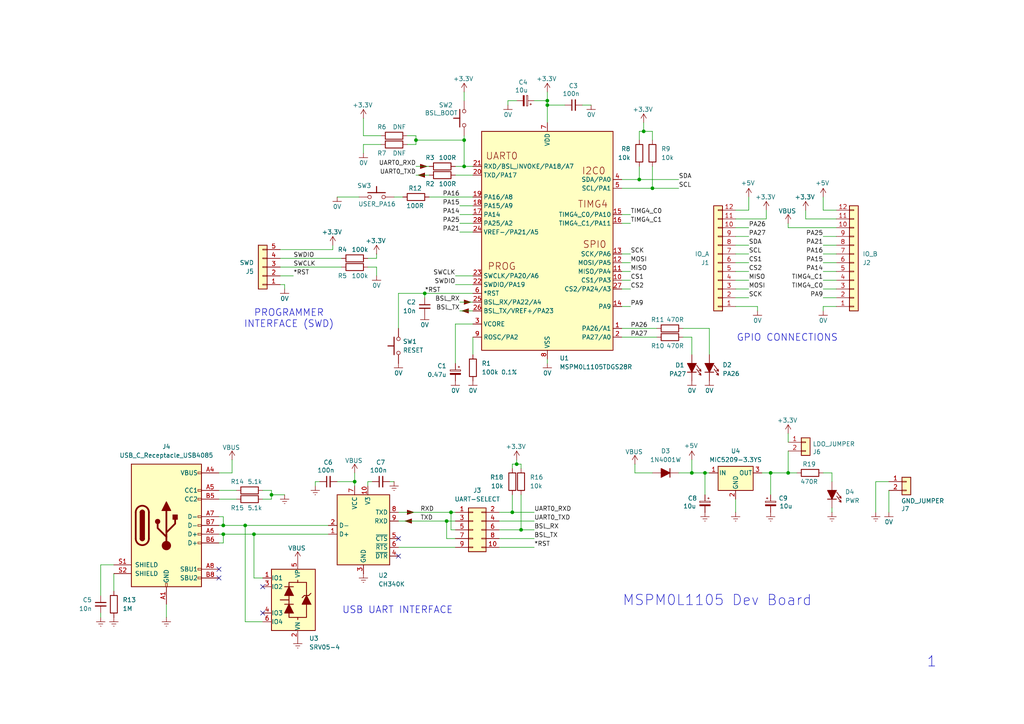
<source format=kicad_sch>
(kicad_sch (version 20250114) (generator "eeschema") (generator_version "9.0")
  (paper "A4")
  (lib_symbols
    (symbol "Connector_Generic:Conn_01x02" (pin_names (offset 1.016) (hide yes))
      (property "Reference" "J" (at 0 2.54 0))
      (property "Value" "Conn_01x02" (at 0 -5.08 0))
      (symbol "Conn_01x02_1_1"
        (pin passive line (at -5.08 0 0) (length 3.81) (name "Pin_1") (number "1"))
        (pin passive line (at -5.08 -2.54 0) (length 3.81) (name "Pin_2") (number "2"))
      )
    )
    (symbol "Connector_Generic:Conn_01x05" (pin_names (offset 1.016) (hide yes))
      (property "Reference" "J" (at 0 7.62 0))
      (property "Value" "Conn_01x05" (at 0 -7.62 0))
      (symbol "Conn_01x05_1_1"
        (pin passive line (at -5.08 5.08 0) (length 3.81) (name "Pin_1") (number "1"))
        (pin passive line (at -5.08 2.54 0) (length 3.81) (name "Pin_2") (number "2"))
        (pin passive line (at -5.08 0 0) (length 3.81) (name "Pin_3") (number "3"))
        (pin passive line (at -5.08 -2.54 0) (length 3.81) (name "Pin_4") (number "4"))
        (pin passive line (at -5.08 -5.08 0) (length 3.81) (name "Pin_5") (number "5"))
      )
    )
    (symbol "Connector_Generic:Conn_01x12" (pin_names (offset 1.016) (hide yes))
      (property "Reference" "J" (at 0 15.24 0))
      (property "Value" "Conn_01x12" (at 0 -17.78 0))
      (symbol "Conn_01x12_1_1"
        (pin passive line (at -5.08 12.7 0) (length 3.81) (name "Pin_1") (number "1"))
        (pin passive line (at -5.08 10.16 0) (length 3.81) (name "Pin_2") (number "2"))
        (pin passive line (at -5.08 7.62 0) (length 3.81) (name "Pin_3") (number "3"))
        (pin passive line (at -5.08 5.08 0) (length 3.81) (name "Pin_4") (number "4"))
        (pin passive line (at -5.08 2.54 0) (length 3.81) (name "Pin_5") (number "5"))
        (pin passive line (at -5.08 0 0) (length 3.81) (name "Pin_6") (number "6"))
        (pin passive line (at -5.08 -2.54 0) (length 3.81) (name "Pin_7") (number "7"))
        (pin passive line (at -5.08 -5.08 0) (length 3.81) (name "Pin_8") (number "8"))
        (pin passive line (at -5.08 -7.62 0) (length 3.81) (name "Pin_9") (number "9"))
        (pin passive line (at -5.08 -10.16 0) (length 3.81) (name "Pin_10") (number "10"))
        (pin passive line (at -5.08 -12.7 0) (length 3.81) (name "Pin_11") (number "11"))
        (pin passive line (at -5.08 -15.24 0) (length 3.81) (name "Pin_12") (number "12"))
      )
    )
    (symbol "Connector_Generic:Conn_02x05_Odd_Even" (pin_names (offset 1.016) (hide yes))
      (property "Reference" "J" (at 1.27 7.62 0))
      (property "Value" "Conn_02x05_Odd_Even" (at 1.27 -7.62 0))
      (symbol "Conn_02x05_Odd_Even_1_1"
        (pin passive line (at -5.08 5.08 0) (length 3.81) (name "Pin_1") (number "1"))
        (pin passive line (at -5.08 2.54 0) (length 3.81) (name "Pin_3") (number "3"))
        (pin passive line (at -5.08 0 0) (length 3.81) (name "Pin_5") (number "5"))
        (pin passive line (at -5.08 -2.54 0) (length 3.81) (name "Pin_7") (number "7"))
        (pin passive line (at -5.08 -5.08 0) (length 3.81) (name "Pin_9") (number "9"))
        (pin passive line (at 7.62 5.08 180) (length 3.81) (name "Pin_2") (number "2"))
        (pin passive line (at 7.62 2.54 180) (length 3.81) (name "Pin_4") (number "4"))
        (pin passive line (at 7.62 0 180) (length 3.81) (name "Pin_6") (number "6"))
        (pin passive line (at 7.62 -2.54 180) (length 3.81) (name "Pin_8") (number "8"))
        (pin passive line (at 7.62 -5.08 180) (length 3.81) (name "Pin_10") (number "10"))
      )
    )
    (symbol "Device:C_Polarized_Small" (pin_numbers (hide yes)) (pin_names (offset 0.254) (hide yes))
      (property "Reference" "C" (at 0.254 1.778 0))
      (property "Value" "C_Polarized_Small" (at 0.254 -2.032 0))
      (symbol "C_Polarized_Small_1_1"
        (pin passive line (at 0 2.54 270) (length 1.8542) (name "~") (number "1"))
        (pin passive line (at 0 -2.54 90) (length 1.8542) (name "~") (number "2"))
      )
    )
    (symbol "Device:C_Small" (pin_numbers (hide yes)) (pin_names (offset 0.254) (hide yes))
      (property "Reference" "C" (at 0.254 1.778 0))
      (property "Value" "C_Small" (at 0.254 -2.032 0))
      (symbol "C_Small_1_1"
        (pin passive line (at 0 2.54 270) (length 2.032) (name "~") (number "1"))
        (pin passive line (at 0 -2.54 90) (length 2.032) (name "~") (number "2"))
      )
    )
    (symbol "Device:R" (pin_numbers (hide yes)) (pin_names (offset 0))
      (property "Reference" "R" (at 2.032 0 90))
      (property "Value" "R" (at 0 0 90))
      (symbol "R_1_1"
        (pin passive line (at 0 3.81 270) (length 1.27) (name "~") (number "1"))
        (pin passive line (at 0 -3.81 90) (length 1.27) (name "~") (number "2"))
      )
    )
    (symbol "User_Global_Symbol_Library:0V" (power) (pin_names (offset 0))
      (property "Value" "0V" (at 0 -2.54 0))
      (symbol "0V_1_1"
        (pin power_in line (at 0 0 270) (length 0) (hide yes) (name "0V") (number "1"))
      )
    )
    (symbol "User_Global_Symbol_Library:1N4007W" (pin_numbers (hide yes)) (pin_names (offset 1.016) (hide yes))
      (property "Reference" "D" (at 0 2.54 0))
      (property "Value" "1N4007W" (at 0 -2.54 0))
      (symbol "1N4007W_1_1"
        (pin passive line (at -3.81 0 0) (length 2.54) (name "K") (number "1"))
        (pin passive line (at 3.81 0 180) (length 2.54) (name "A") (number "2"))
      )
    )
    (symbol "User_Global_Symbol_Library:CH340K"
      (property "Reference" "U" (at 2.286 -9.398 0))
      (property "Value" "CH340K" (at 2.286 -11.43 0))
      (symbol "CH340K_1_0"
        (pin passive line (at 0 -10.16 90) (length 2.54) (hide yes) (name "GND") (number "11"))
      )
      (symbol "CH340K_1_1"
        (pin bidirectional line (at -10.16 3.81 0) (length 2.54) (name "D-") (number "2"))
        (pin bidirectional line (at -10.16 1.27 0) (length 2.54) (name "D+") (number "1"))
        (pin power_in line (at -2.54 15.24 270) (length 2.54) (name "VCC") (number "7"))
        (pin power_in line (at 0 -10.16 90) (length 2.54) (name "GND") (number "3"))
        (pin passive line (at 1.27 15.24 270) (length 2.54) (name "V3") (number "10"))
        (pin output line (at 10.16 7.62 180) (length 2.54) (name "TXD") (number "8"))
        (pin input line (at 10.16 5.08 180) (length 2.54) (name "RXD") (number "9"))
        (pin input line (at 10.16 0 180) (length 2.54) (name "~{CTS}") (number "5"))
        (pin output line (at 10.16 -2.54 180) (length 2.54) (name "~{RTS}") (number "6"))
        (pin output line (at 10.16 -5.08 180) (length 2.54) (name "~{DTR}") (number "4"))
      )
    )
    (symbol "User_Global_Symbol_Library:LED" (pin_numbers (hide yes)) (pin_names (offset 1.016) (hide yes))
      (property "Reference" "D" (at 0 2.54 0))
      (property "Value" "LED" (at 0 -3.81 0))
      (symbol "LED_1_1"
        (pin passive line (at -3.81 0 0) (length 2.54) (name "K") (number "1"))
        (pin passive line (at 3.81 0 180) (length 2.54) (name "A") (number "2"))
      )
    )
    (symbol "User_Global_Symbol_Library:MSPM0L1105TDGS28R"
      (property "Reference" "U" (at 10.16 -32.766 0))
      (property "Value" "MSPM0L1105TDGS28R" (at 19.812 -35.306 0))
      (symbol "MSPM0L1105TDGS28R_0_0"
        (pin bidirectional line (at -16.51 13.97 0) (length 2.54) (name "PA16/A8") (number "19"))
        (pin bidirectional line (at -16.51 11.43 0) (length 2.54) (name "PA15/A9") (number "18"))
        (pin bidirectional line (at -16.51 8.89 0) (length 2.54) (name "PA14") (number "17"))
        (pin bidirectional line (at -16.51 6.35 0) (length 2.54) (name "PA25/A2") (number "28"))
        (pin bidirectional line (at -16.51 3.81 0) (length 2.54) (name "VREF-/PA21/A5") (number "24"))
        (pin bidirectional line (at -16.51 -8.89 0) (length 2.54) (name "SWCLK/PA20/A6") (number "23"))
        (pin bidirectional line (at -16.51 -11.43 0) (length 2.54) (name "SWDIO/PA19") (number "22"))
        (pin input line (at -16.51 -13.97 0) (length 2.54) (name "*RST") (number "6"))
        (pin power_in line (at 5.08 35.56 270) (length 2.54) (name "VDD") (number "7"))
        (pin power_in line (at 5.08 -33.02 90) (length 2.54) (name "VSS") (number "8"))
        (pin bidirectional line (at 26.67 -17.78 180) (length 2.54) (name "PA9") (number "14"))
        (pin bidirectional line (at 26.67 -24.13 180) (length 2.54) (name "PA26/A1") (number "1"))
        (pin bidirectional line (at 26.67 -26.67 180) (length 2.54) (name "PA27/A0") (number "2"))
      )
      (symbol "MSPM0L1105TDGS28R_1_0"
        (pin bidirectional line (at -16.51 22.86 0) (length 2.54) (name "RXD/BSL_INVOKE/PA18/A7") (number "21"))
        (pin bidirectional line (at -16.51 20.32 0) (length 2.54) (name "TXD/PA17") (number "20"))
        (pin bidirectional line (at -16.51 -16.51 0) (length 2.54) (name "BSL_RX/PA22/A4") (number "25"))
        (pin bidirectional line (at -16.51 -19.05 0) (length 2.54) (name "BSL_TX/VREF+/PA23") (number "26"))
        (pin power_out line (at -16.51 -22.86 0) (length 2.54) (name "VCORE") (number "3"))
        (pin bidirectional line (at -16.51 -26.67 0) (length 2.54) (name "ROSC/PA2") (number "9"))
        (pin bidirectional line (at 26.67 19.05 180) (length 2.54) (name "SDA/PA0") (number "4"))
        (pin bidirectional line (at 26.67 16.51 180) (length 2.54) (name "SCL/PA1") (number "5"))
        (pin bidirectional line (at 26.67 8.89 180) (length 2.54) (name "TIMG4_C0/PA10") (number "15"))
        (pin bidirectional line (at 26.67 6.35 180) (length 2.54) (name "TIMG4_C1/PA11") (number "16"))
        (pin bidirectional line (at 26.67 -2.54 180) (length 2.54) (name "SCK/PA6") (number "13"))
        (pin bidirectional line (at 26.67 -5.08 180) (length 2.54) (name "MOSI/PA5") (number "12"))
        (pin bidirectional line (at 26.67 -7.62 180) (length 2.54) (name "MISO/PA4") (number "11"))
        (pin bidirectional line (at 26.67 -10.16 180) (length 2.54) (name "CS1/PA3") (number "10"))
        (pin bidirectional line (at 26.67 -12.7 180) (length 2.54) (name "CS2/PA24/A3") (number "27"))
      )
      (symbol "MSPM0L1105TDGS28R_1_1"
        (text "UART0" (at -8.128 25.908 0) (effects (font (size 2 2))))
        (text "PROG" (at -8.128 -6.096 0) (effects (font (size 2 2))))
        (text "TIMG4" (at 18.288 11.938 0) (effects (font (size 2 2))))
        (text "I2C0" (at 18.542 21.59 0) (effects (font (size 2 2))))
        (text "SPI0" (at 18.796 0.254 0) (effects (font (size 2 2))))
      )
    )
    (symbol "User_Global_Symbol_Library:PUSH-SWITCH" (pin_numbers (hide yes)) (pin_names (offset 1.016) (hide yes))
      (property "Reference" "SW" (at 1.27 2.54 0))
      (property "Value" "PUSH-SWITCH" (at 0 -1.524 0))
      (symbol "PUSH-SWITCH_0_1"
        (pin passive line (at -5.08 0 0) (length 2.54) (name "1") (number "1"))
        (pin passive line (at 5.08 0 180) (length 2.54) (name "2") (number "2"))
      )
    )
    (symbol "User_Global_Symbol_Library:SRV05-4" (pin_names (offset 0.002))
      (property "Reference" "U" (at 4.572 -12.192 0))
      (property "Value" "SRV05-4" (at 3.048 -14.732 0))
      (symbol "SRV05-4_1_1"
        (pin passive line (at -10.16 7.62 0) (length 2.54) (name "IO1") (number "1"))
        (pin passive line (at -10.16 5.08 0) (length 2.54) (name "IO2") (number "3"))
        (pin passive line (at -10.16 -2.54 0) (length 2.54) (name "IO3") (number "4"))
        (pin passive line (at -10.16 -5.08 0) (length 2.54) (name "IO4") (number "6"))
        (pin passive line (at 0 12.7 270) (length 2.54) (name "VP") (number "5"))
        (pin passive line (at 0 -10.16 90) (length 2.54) (name "VN") (number "2"))
      )
    )
    (symbol "User_Global_Symbol_Library:USB_C_Receptacle_USB4085-improved" (pin_names (offset 1.016))
      (property "Reference" "J" (at 7.62 -20.32 0))
      (property "Value" "USB_C_Receptacle_USB4085-improved" (at 15.24 -22.86 0))
      (symbol "USB_C_Receptacle_USB4085-improved_1_1"
        (pin passive line (at -15.24 -11.43 0) (length 5.08) (name "SHIELD") (number "S1"))
        (pin passive line (at -15.24 -13.97 0) (length 5.08) (name "SHIELD") (number "S2"))
        (pin passive line (at 0 -22.86 90) (length 5.08) (name "GND") (number "A1"))
        (pin passive line (at 0 -22.86 90) (length 5.08) (hide yes) (name "GND") (number "A12"))
        (pin passive line (at 0 -22.86 90) (length 5.08) (hide yes) (name "GND") (number "B1"))
        (pin passive line (at 0 -22.86 90) (length 5.08) (hide yes) (name "GND") (number "B12"))
        (pin passive line (at 15.24 15.24 180) (length 5.08) (name "VBUS") (number "A4"))
        (pin passive line (at 15.24 15.24 180) (length 5.08) (hide yes) (name "VBUS") (number "A9"))
        (pin passive line (at 15.24 15.24 180) (length 5.08) (hide yes) (name "VBUS") (number "B4"))
        (pin passive line (at 15.24 15.24 180) (length 5.08) (hide yes) (name "VBUS") (number "B9"))
        (pin bidirectional line (at 15.24 10.16 180) (length 5.08) (name "CC1") (number "A5"))
        (pin bidirectional line (at 15.24 7.62 180) (length 5.08) (name "CC2") (number "B5"))
        (pin bidirectional line (at 15.24 2.54 180) (length 5.08) (name "D-") (number "A7"))
        (pin bidirectional line (at 15.24 0 180) (length 5.08) (name "D-") (number "B7"))
        (pin bidirectional line (at 15.24 -2.54 180) (length 5.08) (name "D+") (number "A6"))
        (pin bidirectional line (at 15.24 -5.08 180) (length 5.08) (name "D+") (number "B6"))
        (pin bidirectional line (at 15.24 -12.7 180) (length 5.08) (name "SBU1") (number "A8"))
        (pin bidirectional line (at 15.24 -15.24 180) (length 5.08) (name "SBU2") (number "B8"))
      )
    )
    (symbol "User_Global_Symbol_Library:VREG-3PIN" (pin_names (offset 0.254))
      (property "Reference" "U" (at -3.81 3.175 0))
      (property "Value" "VREG-3PIN" (at 0 3.175 0))
      (symbol "VREG-3PIN_1_1"
        (pin power_in line (at -7.62 0 0) (length 2.54) (name "IN") (number "1"))
        (pin power_in line (at 0 -7.62 90) (length 2.54) (name "GND") (number "2"))
        (pin power_out line (at 7.62 0 180) (length 2.54) (name "OUT") (number "3"))
      )
    )
    (symbol "User_Global_Symbol_Library:arrow" (pin_numbers (hide yes)) (pin_names (offset 0) (hide yes)) (in_bom no) (on_board no))
    (symbol "power:+3.3V" (power) (pin_numbers (hide yes)) (pin_names (offset 0) (hide yes))
      (property "Value" "+3.3V" (at 0 3.556 0))
      (symbol "+3.3V_1_1"
        (pin power_in line (at 0 0 90) (length 0) (name "~") (number "1"))
      )
    )
    (symbol "power:+5V" (power) (pin_numbers (hide yes)) (pin_names (offset 0) (hide yes))
      (property "Value" "+5V" (at 0 3.556 0))
      (symbol "+5V_1_1"
        (pin power_in line (at 0 0 90) (length 0) (name "~") (number "1"))
      )
    )
    (symbol "power:Earth" (power) (pin_numbers (hide yes)) (pin_names (offset 0) (hide yes))
      (property "Value" "Earth" (at 0 -3.81 0))
      (symbol "Earth_1_1"
        (pin power_in line (at 0 0 270) (length 0) (name "~") (number "1"))
      )
    )
    (symbol "power:VBUS" (power) (pin_numbers (hide yes)) (pin_names (offset 0) (hide yes))
      (property "Value" "VBUS" (at 0 3.556 0))
      (symbol "VBUS_1_1"
        (pin power_in line (at 0 0 90) (length 0) (name "~") (number "1"))
      )
    )
  )
  (text "1" (at 270.256 192.024 0) (effects (font (size 3 3))))
  (text "USB UART INTERFACE" (at 115.316 177.038 0) (effects (font (size 2 2))))
  (text "PROGRAMMER\nINTERFACE (SWD)" (at 83.82 92.456 0) (effects (font (size 2 2))))
  (text "MSPM0L1105 Dev Board" (at 208.026 174.244 0) (effects (font (size 3 3))))
  (text "GPIO CONNECTIONS" (at 228.346 98.044 0) (effects (font (size 2 2))))
  (junction (at 64.77 154.94))
  (junction (at 223.52 137.16))
  (junction (at 228.6 137.16))
  (junction (at 158.75 30.48))
  (junction (at 186.69 38.1))
  (junction (at 120.65 40.64))
  (junction (at 200.66 137.16))
  (junction (at 129.54 151.13))
  (junction (at 78.74 143.51))
  (junction (at 185.42 52.07))
  (junction (at 64.77 152.4))
  (junction (at 134.62 40.64))
  (junction (at 151.13 153.67))
  (junction (at 71.12 152.4))
  (junction (at 123.19 85.09))
  (junction (at 102.87 139.7))
  (junction (at 149.86 134.62))
  (junction (at 134.62 48.26))
  (junction (at 148.59 148.59))
  (junction (at 130.81 148.59))
  (junction (at 158.75 29.21))
  (junction (at 73.66 154.94))
  (junction (at 204.47 137.16))
  (junction (at 189.23 54.61))
  (no_connect (at 115.57 156.21))
  (no_connect (at 76.2 170.18))
  (no_connect (at 63.5 165.1))
  (no_connect (at 115.57 161.29))
  (no_connect (at 63.5 167.64))
  (no_connect (at 76.2 177.8))
  (wire (pts (xy 184.15 134.62) (xy 184.15 137.16)))
  (wire (pts (xy 133.35 87.63) (xy 137.16 87.63)))
  (wire (pts (xy 198.12 97.79) (xy 200.66 97.79)))
  (wire (pts (xy 233.68 63.5) (xy 242.57 63.5)))
  (wire (pts (xy 132.08 48.26) (xy 134.62 48.26)))
  (wire (pts (xy 115.57 95.25) (xy 115.57 85.09)))
  (wire (pts (xy 158.75 30.48) (xy 163.83 30.48)))
  (wire (pts (xy 204.47 137.16) (xy 205.74 137.16)))
  (wire (pts (xy 158.75 26.67) (xy 158.75 29.21)))
  (wire (pts (xy 64.77 157.48) (xy 63.5 157.48)))
  (wire (pts (xy 213.36 71.12) (xy 217.17 71.12)))
  (wire (pts (xy 78.74 143.51) (xy 82.55 143.51)))
  (wire (pts (xy 120.65 48.26) (xy 124.46 48.26)))
  (wire (pts (xy 223.52 137.16) (xy 228.6 137.16)))
  (wire (pts (xy 64.77 149.86) (xy 64.77 152.4)))
  (wire (pts (xy 180.34 83.82) (xy 182.88 83.82)))
  (wire (pts (xy 213.36 81.28) (xy 217.17 81.28)))
  (wire (pts (xy 158.75 105.41) (xy 158.75 104.14)))
  (wire (pts (xy 78.74 144.78) (xy 76.2 144.78)))
  (wire (pts (xy 71.12 152.4) (xy 95.25 152.4)))
  (wire (pts (xy 130.81 148.59) (xy 132.08 148.59)))
  (wire (pts (xy 133.35 67.31) (xy 137.16 67.31)))
  (wire (pts (xy 120.65 41.91) (xy 118.11 41.91)))
  (wire (pts (xy 238.76 68.58) (xy 242.57 68.58)))
  (wire (pts (xy 180.34 54.61) (xy 189.23 54.61)))
  (wire (pts (xy 223.52 143.51) (xy 223.52 137.16)))
  (wire (pts (xy 96.52 72.39) (xy 96.52 71.12)))
  (wire (pts (xy 241.3 147.32) (xy 241.3 148.59)))
  (wire (pts (xy 219.71 88.9) (xy 219.71 90.17)))
  (wire (pts (xy 115.57 151.13) (xy 129.54 151.13)))
  (wire (pts (xy 81.28 77.47) (xy 99.06 77.47)))
  (wire (pts (xy 29.21 163.83) (xy 33.02 163.83)))
  (wire (pts (xy 189.23 54.61) (xy 196.85 54.61)))
  (wire (pts (xy 213.36 83.82) (xy 217.17 83.82)))
  (wire (pts (xy 114.3 57.15) (xy 116.84 57.15)))
  (wire (pts (xy 129.54 151.13) (xy 132.08 151.13)))
  (wire (pts (xy 109.22 77.47) (xy 109.22 80.01)))
  (wire (pts (xy 64.77 154.94) (xy 64.77 157.48)))
  (wire (pts (xy 124.46 57.15) (xy 137.16 57.15)))
  (wire (pts (xy 91.44 139.7) (xy 91.44 140.97)))
  (wire (pts (xy 180.34 64.77) (xy 182.88 64.77)))
  (wire (pts (xy 180.34 52.07) (xy 185.42 52.07)))
  (wire (pts (xy 81.28 82.55) (xy 82.55 82.55)))
  (wire (pts (xy 76.2 167.64) (xy 73.66 167.64)))
  (wire (pts (xy 29.21 163.83) (xy 29.21 172.72)))
  (wire (pts (xy 180.34 88.9) (xy 182.88 88.9)))
  (wire (pts (xy 106.68 139.7) (xy 106.68 140.97)))
  (wire (pts (xy 132.08 153.67) (xy 130.81 153.67)))
  (wire (pts (xy 137.16 85.09) (xy 123.19 85.09)))
  (wire (pts (xy 238.76 83.82) (xy 242.57 83.82)))
  (wire (pts (xy 154.94 29.21) (xy 158.75 29.21)))
  (wire (pts (xy 137.16 97.79) (xy 137.16 102.87)))
  (wire (pts (xy 144.78 151.13) (xy 154.94 151.13)))
  (wire (pts (xy 205.74 95.25) (xy 205.74 102.87)))
  (wire (pts (xy 81.28 80.01) (xy 85.09 80.01)))
  (wire (pts (xy 105.41 41.91) (xy 105.41 44.45)))
  (wire (pts (xy 113.03 139.7) (xy 114.3 139.7)))
  (wire (pts (xy 158.75 30.48) (xy 158.75 35.56)))
  (wire (pts (xy 238.76 137.16) (xy 241.3 137.16)))
  (wire (pts (xy 180.34 73.66) (xy 182.88 73.66)))
  (wire (pts (xy 213.36 66.04) (xy 217.17 66.04)))
  (wire (pts (xy 185.42 52.07) (xy 196.85 52.07)))
  (wire (pts (xy 105.41 39.37) (xy 105.41 34.29)))
  (wire (pts (xy 148.59 134.62) (xy 148.59 135.89)))
  (wire (pts (xy 133.35 90.17) (xy 137.16 90.17)))
  (wire (pts (xy 78.74 142.24) (xy 78.74 143.51)))
  (wire (pts (xy 64.77 152.4) (xy 71.12 152.4)))
  (wire (pts (xy 134.62 40.64) (xy 134.62 48.26)))
  (wire (pts (xy 213.36 78.74) (xy 217.17 78.74)))
  (wire (pts (xy 134.62 26.67) (xy 134.62 29.21)))
  (wire (pts (xy 200.66 133.35) (xy 200.66 137.16)))
  (wire (pts (xy 213.36 60.96) (xy 217.17 60.96)))
  (wire (pts (xy 144.78 156.21) (xy 154.94 156.21)))
  (wire (pts (xy 63.5 142.24) (xy 68.58 142.24)))
  (wire (pts (xy 238.76 57.15) (xy 238.76 60.96)))
  (wire (pts (xy 63.5 154.94) (xy 64.77 154.94)))
  (wire (pts (xy 158.75 29.21) (xy 158.75 30.48)))
  (wire (pts (xy 185.42 52.07) (xy 185.42 48.26)))
  (wire (pts (xy 238.76 78.74) (xy 242.57 78.74)))
  (wire (pts (xy 107.95 139.7) (xy 106.68 139.7)))
  (wire (pts (xy 134.62 48.26) (xy 137.16 48.26)))
  (wire (pts (xy 102.87 139.7) (xy 102.87 140.97)))
  (wire (pts (xy 228.6 125.73) (xy 228.6 128.27)))
  (wire (pts (xy 186.69 38.1) (xy 189.23 38.1)))
  (wire (pts (xy 254 139.7) (xy 254 148.59)))
  (wire (pts (xy 115.57 85.09) (xy 123.19 85.09)))
  (wire (pts (xy 186.69 35.56) (xy 186.69 38.1)))
  (wire (pts (xy 213.36 148.59) (xy 213.36 144.78)))
  (wire (pts (xy 76.2 180.34) (xy 71.12 180.34)))
  (wire (pts (xy 171.45 30.48) (xy 168.91 30.48)))
  (wire (pts (xy 151.13 135.89) (xy 151.13 134.62)))
  (wire (pts (xy 213.36 68.58) (xy 217.17 68.58)))
  (wire (pts (xy 151.13 143.51) (xy 151.13 153.67)))
  (wire (pts (xy 48.26 179.07) (xy 48.26 175.26)))
  (wire (pts (xy 97.79 139.7) (xy 102.87 139.7)))
  (wire (pts (xy 222.25 63.5) (xy 222.25 60.96)))
  (wire (pts (xy 144.78 158.75) (xy 154.94 158.75)))
  (wire (pts (xy 71.12 180.34) (xy 71.12 152.4)))
  (wire (pts (xy 200.66 137.16) (xy 204.47 137.16)))
  (wire (pts (xy 149.86 134.62) (xy 148.59 134.62)))
  (wire (pts (xy 120.65 50.8) (xy 124.46 50.8)))
  (wire (pts (xy 106.68 77.47) (xy 109.22 77.47)))
  (wire (pts (xy 238.76 60.96) (xy 242.57 60.96)))
  (wire (pts (xy 238.76 73.66) (xy 242.57 73.66)))
  (wire (pts (xy 228.6 130.81) (xy 228.6 137.16)))
  (wire (pts (xy 238.76 76.2) (xy 242.57 76.2)))
  (wire (pts (xy 102.87 137.16) (xy 102.87 139.7)))
  (wire (pts (xy 144.78 148.59) (xy 148.59 148.59)))
  (wire (pts (xy 63.5 144.78) (xy 68.58 144.78)))
  (wire (pts (xy 185.42 40.64) (xy 185.42 38.1)))
  (wire (pts (xy 198.12 95.25) (xy 205.74 95.25)))
  (wire (pts (xy 132.08 93.98) (xy 137.16 93.98)))
  (wire (pts (xy 82.55 82.55) (xy 82.55 83.82)))
  (wire (pts (xy 238.76 88.9) (xy 238.76 90.17)))
  (wire (pts (xy 92.71 139.7) (xy 91.44 139.7)))
  (wire (pts (xy 238.76 86.36) (xy 242.57 86.36)))
  (wire (pts (xy 213.36 76.2) (xy 217.17 76.2)))
  (wire (pts (xy 149.86 29.21) (xy 147.32 29.21)))
  (wire (pts (xy 189.23 54.61) (xy 189.23 48.26)))
  (wire (pts (xy 132.08 82.55) (xy 137.16 82.55)))
  (wire (pts (xy 228.6 66.04) (xy 228.6 64.77)))
  (wire (pts (xy 29.21 179.07) (xy 29.21 177.8)))
  (wire (pts (xy 109.22 73.66) (xy 109.22 74.93)))
  (wire (pts (xy 129.54 156.21) (xy 129.54 151.13)))
  (wire (pts (xy 115.57 158.75) (xy 132.08 158.75)))
  (wire (pts (xy 180.34 62.23) (xy 182.88 62.23)))
  (wire (pts (xy 151.13 153.67) (xy 154.94 153.67)))
  (wire (pts (xy 213.36 73.66) (xy 217.17 73.66)))
  (wire (pts (xy 257.81 142.24) (xy 257.81 148.59)))
  (wire (pts (xy 64.77 152.4) (xy 63.5 152.4)))
  (wire (pts (xy 97.79 57.15) (xy 104.14 57.15)))
  (wire (pts (xy 120.65 40.64) (xy 134.62 40.64)))
  (wire (pts (xy 81.28 74.93) (xy 99.06 74.93)))
  (wire (pts (xy 109.22 74.93) (xy 106.68 74.93)))
  (wire (pts (xy 67.31 137.16) (xy 67.31 133.35)))
  (wire (pts (xy 228.6 66.04) (xy 242.57 66.04)))
  (wire (pts (xy 149.86 133.35) (xy 149.86 134.62)))
  (wire (pts (xy 238.76 81.28) (xy 242.57 81.28)))
  (wire (pts (xy 196.85 137.16) (xy 200.66 137.16)))
  (wire (pts (xy 76.2 142.24) (xy 78.74 142.24)))
  (wire (pts (xy 118.11 39.37) (xy 120.65 39.37)))
  (wire (pts (xy 73.66 167.64) (xy 73.66 154.94)))
  (wire (pts (xy 184.15 137.16) (xy 189.23 137.16)))
  (wire (pts (xy 223.52 137.16) (xy 220.98 137.16)))
  (wire (pts (xy 148.59 143.51) (xy 148.59 148.59)))
  (wire (pts (xy 189.23 38.1) (xy 189.23 40.64)))
  (wire (pts (xy 242.57 88.9) (xy 238.76 88.9)))
  (wire (pts (xy 238.76 71.12) (xy 242.57 71.12)))
  (wire (pts (xy 185.42 38.1) (xy 186.69 38.1)))
  (wire (pts (xy 132.08 50.8) (xy 137.16 50.8)))
  (wire (pts (xy 147.32 29.21) (xy 147.32 30.48)))
  (wire (pts (xy 217.17 57.15) (xy 217.17 60.96)))
  (wire (pts (xy 130.81 153.67) (xy 130.81 148.59)))
  (wire (pts (xy 133.35 62.23) (xy 137.16 62.23)))
  (wire (pts (xy 180.34 76.2) (xy 182.88 76.2)))
  (wire (pts (xy 33.02 166.37) (xy 33.02 171.45)))
  (wire (pts (xy 149.86 134.62) (xy 151.13 134.62)))
  (wire (pts (xy 110.49 39.37) (xy 105.41 39.37)))
  (wire (pts (xy 132.08 105.41) (xy 132.08 93.98)))
  (wire (pts (xy 134.62 39.37) (xy 134.62 40.64)))
  (wire (pts (xy 63.5 137.16) (xy 67.31 137.16)))
  (wire (pts (xy 78.74 143.51) (xy 78.74 144.78)))
  (wire (pts (xy 180.34 97.79) (xy 190.5 97.79)))
  (wire (pts (xy 133.35 59.69) (xy 137.16 59.69)))
  (wire (pts (xy 81.28 72.39) (xy 96.52 72.39)))
  (wire (pts (xy 213.36 86.36) (xy 217.17 86.36)))
  (wire (pts (xy 213.36 88.9) (xy 219.71 88.9)))
  (wire (pts (xy 63.5 149.86) (xy 64.77 149.86)))
  (wire (pts (xy 64.77 154.94) (xy 73.66 154.94)))
  (wire (pts (xy 120.65 39.37) (xy 120.65 40.64)))
  (wire (pts (xy 180.34 95.25) (xy 190.5 95.25)))
  (wire (pts (xy 110.49 41.91) (xy 105.41 41.91)))
  (wire (pts (xy 148.59 148.59) (xy 154.94 148.59)))
  (wire (pts (xy 200.66 97.79) (xy 200.66 102.87)))
  (wire (pts (xy 257.81 139.7) (xy 254 139.7)))
  (wire (pts (xy 123.19 85.09) (xy 123.19 86.36)))
  (wire (pts (xy 241.3 137.16) (xy 241.3 139.7)))
  (wire (pts (xy 120.65 40.64) (xy 120.65 41.91)))
  (wire (pts (xy 144.78 153.67) (xy 151.13 153.67)))
  (wire (pts (xy 180.34 81.28) (xy 182.88 81.28)))
  (wire (pts (xy 73.66 154.94) (xy 95.25 154.94)))
  (wire (pts (xy 180.34 78.74) (xy 182.88 78.74)))
  (wire (pts (xy 132.08 156.21) (xy 129.54 156.21)))
  (wire (pts (xy 132.08 80.01) (xy 137.16 80.01)))
  (wire (pts (xy 204.47 143.51) (xy 204.47 137.16)))
  (wire (pts (xy 233.68 60.96) (xy 233.68 63.5)))
  (wire (pts (xy 213.36 63.5) (xy 222.25 63.5)))
  (wire (pts (xy 115.57 148.59) (xy 130.81 148.59)))
  (wire (pts (xy 133.35 64.77) (xy 137.16 64.77)))
  (wire (pts (xy 228.6 137.16) (xy 231.14 137.16)))
  (label "BSL_TX" (at 154.94 156.21 0))
  (label "SDA" (at 217.17 71.12 0))
  (label "SCK" (at 217.17 86.36 0))
  (label "CS2" (at 217.17 78.74 0))
  (label "TIMG4_C0" (at 182.88 62.23 0))
  (label "SWCLK" (at 85.09 77.47 0))
  (label "*RST" (at 123.19 85.09 0))
  (label "*RST" (at 85.09 80.01 0))
  (label "BSL_TX" (at 133.35 90.17 180))
  (label "UART0_RXD" (at 154.94 148.59 0))
  (label "CS1" (at 217.17 76.2 0))
  (label "PA26" (at 217.17 66.04 0))
  (label "UART0_TXD" (at 154.94 151.13 0))
  (label "SWDIO" (at 132.08 82.55 180))
  (label "PA15" (at 133.35 59.69 180))
  (label "MISO" (at 182.88 78.74 0))
  (label "*RST" (at 154.94 158.75 0))
  (label "SDA" (at 196.85 52.07 0))
  (label "PA14" (at 133.35 62.23 180))
  (label "BSL_RX" (at 154.94 153.67 0))
  (label "UART0_RXD" (at 120.65 48.26 180))
  (label "MOSI" (at 182.88 76.2 0))
  (label "MOSI" (at 217.17 83.82 0))
  (label "UART0_TXD" (at 120.65 50.8 180))
  (label "PA27" (at 182.88 97.79 0))
  (label "CS1" (at 182.88 81.28 0))
  (label "TIMG4_C1" (at 182.88 64.77 0))
  (label "TIMG4_C0" (at 238.76 83.82 180))
  (label "RXD" (at 121.92 148.59 0))
  (label "SCK" (at 182.88 73.66 0))
  (label "PA9" (at 182.88 88.9 0))
  (label "PA16" (at 238.76 73.66 180))
  (label "PA14" (at 238.76 78.74 180))
  (label "BSL_RX" (at 133.35 87.63 180))
  (label "TXD" (at 121.92 151.13 0))
  (label "SWDIO" (at 85.09 74.93 0))
  (label "PA9" (at 238.76 86.36 180))
  (label "SCL" (at 196.85 54.61 0))
  (label "PA21" (at 133.35 67.31 180))
  (label "TIMG4_C1" (at 238.76 81.28 180))
  (label "PA25" (at 133.35 64.77 180))
  (label "PA15" (at 238.76 76.2 180))
  (label "PA26" (at 182.88 95.25 0))
  (label "PA16" (at 133.35 57.15 180))
  (label "SCL" (at 217.17 73.66 0))
  (label "PA25" (at 238.76 68.58 180))
  (label "SWCLK" (at 132.08 80.01 180))
  (label "PA27" (at 217.17 68.58 0))
  (label "MISO" (at 217.17 81.28 0))
  (label "PA21" (at 238.76 71.12 180))
  (label "CS2" (at 182.88 83.82 0))
  (symbol (lib_id "Device:R") (at 128.27 48.26 90) (unit 1)
    (property "Reference" "R3" (at 124.714 45.72 90))
    (property "Value" "100R" (at 129.794 45.72 90))
    (property "Footprint" "Resistor_SMD:R_0805_2012Metric_Pad1.20x1.40mm_HandSolder" (effects (hide yes)))
    (property "Description" "Resistor" (effects (hide yes)))
  )
  (symbol (lib_id "User_Global_Symbol_Library:1N4007W") (at 193.04 137.16 180) (unit 1)
    (property "Reference" "D3" (at 193.04 130.81 0))
    (property "Value" "1N4001W" (at 193.04 133.35 0))
    (property "Footprint" "User_Global_Library:D_SOD-123-pins12" (effects (hide yes)))
    (property "Description" "Diode" (effects (hide yes)))
  )
  (symbol (lib_id "power:VBUS") (at 184.15 134.62 0) (unit 1)
    (property "Reference" "#PWR035" (effects (hide yes)))
    (property "Value" "VBUS" (at 183.896 131.064 0))
    (property "Description" "Power symbol creates a global label with name \"VBUS\"" (effects (hide yes)))
  )
  (symbol (lib_id "User_Global_Symbol_Library:PUSH-SWITCH") (at 109.22 57.15 0) (unit 1)
    (property "Reference" "SW3" (at 107.696 53.848 0) (effects (justify right)))
    (property "Value" "USER_PA16" (at 114.808 59.182 0) (effects (justify right)))
    (property "Footprint" "User_Global_Library:Tact-SW-4x3mm-body" (effects (hide yes)))
    (property "Description" "Push button switch, generic, two pins" (effects (hide yes)))
  )
  (symbol (lib_id "Device:C_Small") (at 95.25 139.7 90) (unit 1)
    (property "Reference" "C6" (at 96.52 134.112 90) (effects (justify left)))
    (property "Value" "100n" (at 97.028 136.398 90) (effects (justify left)))
    (property "Footprint" "Capacitor_SMD:C_0805_2012Metric_Pad1.18x1.45mm_HandSolder" (effects (hide yes)))
    (property "Description" "Unpolarized capacitor, small symbol" (effects (hide yes)))
  )
  (symbol (lib_id "Device:R") (at 114.3 39.37 90) (unit 1)
    (property "Reference" "R6" (at 110.744 36.83 90))
    (property "Value" "DNF" (at 115.824 36.83 90))
    (property "Footprint" "Resistor_SMD:R_0805_2012Metric_Pad1.20x1.40mm_HandSolder" (effects (hide yes)))
    (property "Description" "Resistor" (effects (hide yes)))
  )
  (symbol (lib_id "User_Global_Symbol_Library:USB_C_Receptacle_USB4085-improved") (at 48.26 152.4 0) (unit 1)
    (property "Reference" "J4" (at 48.26 129.54 0))
    (property "Value" "USB_C_Receptacle_USB4085" (at 48.26 132.08 0))
    (property "Footprint" "User_Global_Library:USB_C_Receptacle_GCT_USB4085_improved" (effects (hide yes)))
    (property "Datasheet" "https://gct.co/connector/usb4085" (effects (hide yes)))
    (property "Description" "USB 2.0-only USB4085-GF-A 16P Type-C Receptacle connector" (effects (hide yes)))
  )
  (symbol (lib_id "User_Global_Symbol_Library:0V") (at 137.16 110.49 0) (unit 1)
    (property "Reference" "#PWR02" (effects (hide yes)))
    (property "Value" "0V" (at 137.16 113.284 0))
    (property "Description" "Power symbol creates a global label with name \"0V\"" (effects (hide yes)))
  )
  (symbol (lib_id "Connector_Generic:Conn_01x12") (at 247.65 76.2 0) (mirror x) (unit 1)
    (property "Reference" "J2" (at 250.19 76.2001 0) (effects (justify left)))
    (property "Value" "IO_B" (at 250.19 73.6601 0) (effects (justify left)))
    (property "Footprint" "User_Global_Library:PinHeader_1x12_P2.54mm_Vertical" (effects (hide yes)))
    (property "Description" "Generic connector, single row, 01x12, script generated (kicad-library-utils/schlib/autogen/connector/)" (effects (hide yes)))
  )
  (symbol (lib_id "Device:C_Polarized_Small") (at 204.47 146.05 0) (mirror y) (unit 1)
    (property "Reference" "C8" (at 202.184 144.526 0) (effects (justify left)))
    (property "Value" "10u" (at 201.93 146.812 0) (effects (justify left)))
    (property "Footprint" "User_Global_Library:Cap-Tant-CaseB" (effects (hide yes)))
    (property "Description" "Polarized capacitor, small symbol" (effects (hide yes)))
  )
  (symbol (lib_id "Device:R") (at 114.3 41.91 90) (mirror x) (unit 1)
    (property "Reference" "R7" (at 110.744 44.45 90))
    (property "Value" "DNF" (at 115.824 44.45 90))
    (property "Footprint" "Resistor_SMD:R_0805_2012Metric_Pad1.20x1.40mm_HandSolder" (effects (hide yes)))
    (property "Description" "Resistor" (effects (hide yes)))
  )
  (symbol (lib_id "User_Global_Symbol_Library:LED") (at 200.66 106.68 90) (unit 1)
    (property "Reference" "D1" (at 195.834 105.918 90) (effects (justify right)))
    (property "Value" "PA27" (at 194.056 108.458 90) (effects (justify right)))
    (property "Footprint" "User_Global_Library:LED_0603_or_0805" (effects (hide yes)))
    (property "Description" "Light emitting diode, filled shape" (effects (hide yes)))
  )
  (symbol (lib_id "power:Earth") (at 105.41 166.37 0) (unit 1)
    (property "Reference" "#PWR053" (effects (hide yes)))
    (property "Value" "Earth" (effects (hide yes)))
    (property "Description" "Power symbol creates a global label with name \"Earth\"" (effects (hide yes)))
  )
  (symbol (lib_id "Device:C_Small") (at 110.49 139.7 90) (unit 1)
    (property "Reference" "C7" (at 111.76 134.112 90) (effects (justify left)))
    (property "Value" "100n" (at 112.268 136.398 90) (effects (justify left)))
    (property "Footprint" "Capacitor_SMD:C_0805_2012Metric_Pad1.18x1.45mm_HandSolder" (effects (hide yes)))
    (property "Description" "Unpolarized capacitor, small symbol" (effects (hide yes)))
  )
  (symbol (lib_id "User_Global_Symbol_Library:0V") (at 97.79 57.15 0) (unit 1)
    (property "Reference" "#PWR020" (effects (hide yes)))
    (property "Value" "0V" (at 97.79 59.944 0))
    (property "Description" "Power symbol creates a global label with name \"0V\"" (effects (hide yes)))
  )
  (symbol (lib_id "Device:R") (at 102.87 77.47 90) (mirror x) (unit 1)
    (property "Reference" "R5" (at 99.314 80.01 90))
    (property "Value" "100k" (at 104.394 80.01 90))
    (property "Footprint" "Resistor_SMD:R_0805_2012Metric_Pad1.20x1.40mm_HandSolder" (effects (hide yes)))
    (property "Description" "Resistor" (effects (hide yes)))
  )
  (symbol (lib_id "User_Global_Symbol_Library:LED") (at 241.3 143.51 90) (unit 1)
    (property "Reference" "D4" (at 245.11 142.6709 90) (effects (justify right)))
    (property "Value" "PWR" (at 245.11 145.2109 90) (effects (justify right)))
    (property "Footprint" "User_Global_Library:LED_0603_or_0805" (effects (hide yes)))
    (property "Description" "Light emitting diode, filled shape" (effects (hide yes)))
  )
  (symbol (lib_id "User_Global_Symbol_Library:0V") (at 109.22 80.01 0) (unit 1)
    (property "Reference" "#PWR014" (effects (hide yes)))
    (property "Value" "0V" (at 109.22 82.804 0))
    (property "Description" "Power symbol creates a global label with name \"0V\"" (effects (hide yes)))
  )
  (symbol (lib_id "power:VBUS") (at 228.6 64.77 0) (unit 1)
    (property "Reference" "#PWR044" (effects (hide yes)))
    (property "Value" "VBUS" (at 228.346 61.214 0))
    (property "Description" "Power symbol creates a global label with name \"VBUS\"" (effects (hide yes)))
  )
  (symbol (lib_id "User_Global_Symbol_Library:arrow") (at 118.11 148.59 0) (unit 1) (in_bom no) (on_board no)
    (property "Reference" "TEXT1" (effects (hide yes)))
    (property "Value" "arrow" (effects (hide yes)))
  )
  (symbol (lib_id "power:VBUS") (at 67.31 133.35 0) (unit 1)
    (property "Reference" "#PWR021" (effects (hide yes)))
    (property "Value" "VBUS" (at 67.056 129.794 0))
    (property "Description" "Power symbol creates a global label with name \"VBUS\"" (effects (hide yes)))
  )
  (symbol (lib_id "User_Global_Symbol_Library:0V") (at 132.08 110.49 0) (unit 1)
    (property "Reference" "#PWR03" (effects (hide yes)))
    (property "Value" "0V" (at 132.08 113.284 0))
    (property "Description" "Power symbol creates a global label with name \"0V\"" (effects (hide yes)))
  )
  (symbol (lib_id "Device:R") (at 194.31 97.79 90) (mirror x) (unit 1)
    (property "Reference" "R10" (at 190.754 100.33 90))
    (property "Value" "470R" (at 195.834 100.33 90))
    (property "Footprint" "Resistor_SMD:R_0805_2012Metric_Pad1.20x1.40mm_HandSolder" (effects (hide yes)))
    (property "Description" "Resistor" (effects (hide yes)))
  )
  (symbol (lib_id "power:VBUS") (at 86.36 162.56 0) (unit 1)
    (property "Reference" "#PWR026" (effects (hide yes)))
    (property "Value" "VBUS" (at 86.106 159.004 0))
    (property "Description" "Power symbol creates a global label with name \"VBUS\"" (effects (hide yes)))
  )
  (symbol (lib_id "Device:C_Small") (at 29.21 175.26 0) (mirror y) (unit 1)
    (property "Reference" "C5" (at 26.67 173.9962 0) (effects (justify left)))
    (property "Value" "10n" (at 26.67 176.5362 0) (effects (justify left)))
    (property "Footprint" "Capacitor_SMD:C_1210_3225Metric_Pad1.33x2.70mm_HandSolder" (effects (hide yes)))
    (property "Description" "Unpolarized capacitor, small symbol" (effects (hide yes)))
  )
  (symbol (lib_id "Device:C_Polarized_Small") (at 223.52 146.05 0) (unit 1)
    (property "Reference" "C9" (at 225.806 144.526 0) (effects (justify left)))
    (property "Value" "10u" (at 226.06 146.812 0) (effects (justify left)))
    (property "Footprint" "User_Global_Library:Cap-Tant-CaseB" (effects (hide yes)))
    (property "Description" "Polarized capacitor, small symbol" (effects (hide yes)))
  )
  (symbol (lib_id "Device:R") (at 128.27 50.8 90) (mirror x) (unit 1)
    (property "Reference" "R2" (at 124.714 53.34 90))
    (property "Value" "100R" (at 129.794 53.34 90))
    (property "Footprint" "Resistor_SMD:R_0805_2012Metric_Pad1.20x1.40mm_HandSolder" (effects (hide yes)))
    (property "Description" "Resistor" (effects (hide yes)))
  )
  (symbol (lib_id "User_Global_Symbol_Library:0V") (at 158.75 105.41 0) (unit 1)
    (property "Reference" "#PWR01" (effects (hide yes)))
    (property "Value" "0V" (at 158.75 108.204 0))
    (property "Description" "Power symbol creates a global label with name \"0V\"" (effects (hide yes)))
  )
  (symbol (lib_id "power:+3.3V") (at 134.62 26.67 0) (unit 1)
    (property "Reference" "#PWR012" (effects (hide yes)))
    (property "Value" "+3.3V" (at 134.366 22.86 0))
    (property "Description" "Power symbol creates a global label with name \"+3.3V\"" (effects (hide yes)))
  )
  (symbol (lib_id "power:+3.3V") (at 233.68 60.96 0) (unit 1)
    (property "Reference" "#PWR043" (effects (hide yes)))
    (property "Value" "+3.3V" (at 233.426 57.15 0))
    (property "Description" "Power symbol creates a global label with name \"+3.3V\"" (effects (hide yes)))
  )
  (symbol (lib_id "User_Global_Symbol_Library:arrow") (at 121.92 48.26 0) (unit 1) (in_bom no) (on_board no)
    (property "Reference" "TEXT6" (effects (hide yes)))
    (property "Value" "arrow" (effects (hide yes)))
  )
  (symbol (lib_id "Connector_Generic:Conn_01x02") (at 262.89 139.7 0) (unit 1)
    (property "Reference" "J7" (at 261.366 147.574 0) (effects (justify left)))
    (property "Value" "GND_JUMPER" (at 261.366 145.288 0) (effects (justify left)))
    (property "Footprint" "User_Global_Library:PinHeader_1x02_P2.54mm_Vertical" (effects (hide yes)))
    (property "Description" "Generic connector, single row, 01x02, script generated (kicad-library-utils/schlib/autogen/connector/)" (effects (hide yes)))
  )
  (symbol (lib_id "User_Global_Symbol_Library:PUSH-SWITCH") (at 115.57 100.33 90) (unit 1)
    (property "Reference" "SW1" (at 116.84 99.0599 90) (effects (justify right)))
    (property "Value" "RESET" (at 116.84 101.5999 90) (effects (justify right)))
    (property "Footprint" "User_Global_Library:Tact-SW-4x3mm-body" (effects (hide yes)))
    (property "Description" "Push button switch, generic, two pins" (effects (hide yes)))
  )
  (symbol (lib_id "User_Global_Symbol_Library:0V") (at 205.74 110.49 0) (unit 1)
    (property "Reference" "#PWR019" (effects (hide yes)))
    (property "Value" "0V" (at 205.74 113.284 0))
    (property "Description" "Power symbol creates a global label with name \"0V\"" (effects (hide yes)))
  )
  (symbol (lib_id "power:+3.3V") (at 96.52 71.12 0) (unit 1)
    (property "Reference" "#PWR09" (effects (hide yes)))
    (property "Value" "+3.3V" (at 96.266 67.31 0))
    (property "Description" "Power symbol creates a global label with name \"+3.3V\"" (effects (hide yes)))
  )
  (symbol (lib_id "User_Global_Symbol_Library:PUSH-SWITCH") (at 134.62 34.29 90) (unit 1)
    (property "Reference" "SW2" (at 127.254 30.48 90) (effects (justify right)))
    (property "Value" "BSL_BOOT" (at 123.19 32.766 90) (effects (justify right)))
    (property "Footprint" "User_Global_Library:Tact-SW-4x3mm-body" (effects (hide yes)))
    (property "Description" "Push button switch, generic, two pins" (effects (hide yes)))
  )
  (symbol (lib_id "Device:R") (at 234.95 137.16 90) (unit 1)
    (property "Reference" "R19" (at 234.696 134.62 90))
    (property "Value" "470R" (at 234.696 139.7 90))
    (property "Footprint" "Resistor_SMD:R_0805_2012Metric_Pad1.20x1.40mm_HandSolder" (effects (hide yes)))
    (property "Description" "Resistor" (effects (hide yes)))
  )
  (symbol (lib_id "User_Global_Symbol_Library:0V") (at 257.81 148.59 0) (unit 1)
    (property "Reference" "#PWR022" (effects (hide yes)))
    (property "Value" "0V" (at 257.81 151.384 0))
    (property "Description" "Power symbol creates a global label with name \"0V\"" (effects (hide yes)))
  )
  (symbol (lib_id "Device:C_Small") (at 123.19 88.9 0) (mirror y) (unit 1)
    (property "Reference" "C2" (at 120.65 87.6362 0) (effects (justify left)))
    (property "Value" "10n" (at 120.65 90.1762 0) (effects (justify left)))
    (property "Footprint" "Capacitor_SMD:C_0805_2012Metric_Pad1.18x1.45mm_HandSolder" (effects (hide yes)))
    (property "Description" "Unpolarized capacitor, small symbol" (effects (hide yes)))
  )
  (symbol (lib_id "Device:C_Polarized_Small") (at 132.08 107.95 0) (mirror y) (unit 1)
    (property "Reference" "C1" (at 129.54 106.1338 0) (effects (justify left)))
    (property "Value" "0.47u" (at 129.54 108.6738 0) (effects (justify left)))
    (property "Footprint" "User_Global_Library:Cap-Tant-T491A" (effects (hide yes)))
    (property "Description" "Polarized capacitor, small symbol" (effects (hide yes)))
  )
  (symbol (lib_id "Device:R") (at 151.13 139.7 0) (unit 1)
    (property "Reference" "R16" (at 153.67 138.4299 0) (effects (justify left)))
    (property "Value" "10k" (at 153.67 140.9699 0) (effects (justify left)))
    (property "Footprint" "Resistor_SMD:R_0805_2012Metric_Pad1.20x1.40mm_HandSolder" (effects (hide yes)))
    (property "Description" "Resistor" (effects (hide yes)))
  )
  (symbol (lib_id "User_Global_Symbol_Library:arrow") (at 134.62 87.63 0) (unit 1) (in_bom no) (on_board no)
    (property "Reference" "TEXT7" (effects (hide yes)))
    (property "Value" "arrow" (effects (hide yes)))
  )
  (symbol (lib_id "User_Global_Symbol_Library:0V") (at 171.45 30.48 0) (unit 1)
    (property "Reference" "#PWR06" (effects (hide yes)))
    (property "Value" "0V" (at 171.45 33.274 0))
    (property "Description" "Power symbol creates a global label with name \"0V\"" (effects (hide yes)))
  )
  (symbol (lib_id "User_Global_Symbol_Library:arrow") (at 135.89 90.17 180) (unit 1) (in_bom no) (on_board no)
    (property "Reference" "TEXT4" (effects (hide yes)))
    (property "Value" "arrow" (effects (hide yes)))
  )
  (symbol (lib_id "Device:R") (at 189.23 44.45 0) (unit 1)
    (property "Reference" "R9" (at 191.77 43.1799 0) (effects (justify left)))
    (property "Value" "10k" (at 191.77 45.7199 0) (effects (justify left)))
    (property "Footprint" "Resistor_SMD:R_0805_2012Metric_Pad1.20x1.40mm_HandSolder" (effects (hide yes)))
    (property "Description" "Resistor" (effects (hide yes)))
  )
  (symbol (lib_id "User_Global_Symbol_Library:arrow") (at 123.19 50.8 180) (unit 1) (in_bom no) (on_board no)
    (property "Reference" "TEXT5" (effects (hide yes)))
    (property "Value" "arrow" (effects (hide yes)))
  )
  (symbol (lib_id "User_Global_Symbol_Library:0V") (at 115.57 105.41 0) (unit 1)
    (property "Reference" "#PWR011" (effects (hide yes)))
    (property "Value" "0V" (at 115.57 108.204 0))
    (property "Description" "Power symbol creates a global label with name \"0V\"" (effects (hide yes)))
  )
  (symbol (lib_id "Device:R") (at 72.39 144.78 90) (mirror x) (unit 1)
    (property "Reference" "R15" (at 68.834 147.32 90))
    (property "Value" "5.1k" (at 73.914 147.32 90))
    (property "Footprint" "Resistor_SMD:R_0805_2012Metric_Pad1.20x1.40mm_HandSolder" (effects (hide yes)))
    (property "Description" "Resistor" (effects (hide yes)))
  )
  (symbol (lib_id "power:+3.3V") (at 105.41 34.29 0) (unit 1)
    (property "Reference" "#PWR015" (effects (hide yes)))
    (property "Value" "+3.3V" (at 105.156 30.48 0))
    (property "Description" "Power symbol creates a global label with name \"+3.3V\"" (effects (hide yes)))
  )
  (symbol (lib_id "power:+3.3V") (at 222.25 60.96 0) (unit 1)
    (property "Reference" "#PWR040" (effects (hide yes)))
    (property "Value" "+3.3V" (at 221.996 57.15 0))
    (property "Description" "Power symbol creates a global label with name \"+3.3V\"" (effects (hide yes)))
  )
  (symbol (lib_id "power:Earth") (at 33.02 179.07 0) (unit 1)
    (property "Reference" "#PWR047" (effects (hide yes)))
    (property "Value" "Earth" (effects (hide yes)))
    (property "Description" "Power symbol creates a global label with name \"Earth\"" (effects (hide yes)))
  )
  (symbol (lib_id "power:Earth") (at 241.3 148.59 0) (unit 1)
    (property "Reference" "#PWR057" (effects (hide yes)))
    (property "Value" "Earth" (effects (hide yes)))
    (property "Description" "Power symbol creates a global label with name \"Earth\"" (effects (hide yes)))
  )
  (symbol (lib_id "power:Earth") (at 204.47 148.59 0) (unit 1)
    (property "Reference" "#PWR054" (effects (hide yes)))
    (property "Value" "Earth" (effects (hide yes)))
    (property "Description" "Power symbol creates a global label with name \"Earth\"" (effects (hide yes)))
  )
  (symbol (lib_id "Device:R") (at 194.31 95.25 90) (unit 1)
    (property "Reference" "R11" (at 190.754 92.71 90))
    (property "Value" "470R" (at 195.834 92.71 90))
    (property "Footprint" "Resistor_SMD:R_0805_2012Metric_Pad1.20x1.40mm_HandSolder" (effects (hide yes)))
    (property "Description" "Resistor" (effects (hide yes)))
  )
  (symbol (lib_id "User_Global_Symbol_Library:0V") (at 238.76 90.17 0) (unit 1)
    (property "Reference" "#PWR039" (effects (hide yes)))
    (property "Value" "0V" (at 238.76 92.964 0))
    (property "Description" "Power symbol creates a global label with name \"0V\"" (effects (hide yes)))
  )
  (symbol (lib_id "Device:R") (at 102.87 74.93 90) (unit 1)
    (property "Reference" "R4" (at 99.314 72.39 90))
    (property "Value" "100k" (at 104.394 72.39 90))
    (property "Footprint" "Resistor_SMD:R_0805_2012Metric_Pad1.20x1.40mm_HandSolder" (effects (hide yes)))
    (property "Description" "Resistor" (effects (hide yes)))
  )
  (symbol (lib_id "power:+3.3V") (at 149.86 133.35 0) (unit 1)
    (property "Reference" "#PWR031" (effects (hide yes)))
    (property "Value" "+3.3V" (at 149.606 129.54 0))
    (property "Description" "Power symbol creates a global label with name \"+3.3V\"" (effects (hide yes)))
  )
  (symbol (lib_id "User_Global_Symbol_Library:0V") (at 147.32 30.48 0) (unit 1)
    (property "Reference" "#PWR07" (effects (hide yes)))
    (property "Value" "0V" (at 147.32 33.274 0))
    (property "Description" "Power symbol creates a global label with name \"0V\"" (effects (hide yes)))
  )
  (symbol (lib_id "power:+5V") (at 217.17 57.15 0) (unit 1)
    (property "Reference" "#PWR041" (effects (hide yes)))
    (property "Value" "+5V" (at 216.916 53.086 0))
    (property "Description" "Power symbol creates a global label with name \"+5V\"" (effects (hide yes)))
  )
  (symbol (lib_id "power:+3.3V") (at 228.6 125.73 0) (unit 1)
    (property "Reference" "#PWR036" (effects (hide yes)))
    (property "Value" "+3.3V" (at 228.346 121.92 0))
    (property "Description" "Power symbol creates a global label with name \"+3.3V\"" (effects (hide yes)))
  )
  (symbol (lib_id "power:+3.3V") (at 109.22 73.66 0) (unit 1)
    (property "Reference" "#PWR013" (effects (hide yes)))
    (property "Value" "+3.3V" (at 108.966 69.85 0))
    (property "Description" "Power symbol creates a global label with name \"+3.3V\"" (effects (hide yes)))
  )
  (symbol (lib_id "Connector_Generic:Conn_01x05") (at 76.2 77.47 180) (unit 1)
    (property "Reference" "J5" (at 73.66 78.7401 0) (effects (justify left)))
    (property "Value" "SWD" (at 73.66 76.2001 0) (effects (justify left)))
    (property "Footprint" "User_Global_Library:PinHeader_1x05_P2.54mm_Vertical" (effects (hide yes)))
    (property "Description" "Generic connector, single row, 01x05, script generated (kicad-library-utils/schlib/autogen/connector/)" (effects (hide yes)))
  )
  (symbol (lib_id "power:Earth") (at 29.21 179.07 0) (unit 1)
    (property "Reference" "#PWR046" (effects (hide yes)))
    (property "Value" "Earth" (effects (hide yes)))
    (property "Description" "Power symbol creates a global label with name \"Earth\"" (effects (hide yes)))
  )
  (symbol (lib_id "power:+5V") (at 238.76 57.15 0) (unit 1)
    (property "Reference" "#PWR042" (effects (hide yes)))
    (property "Value" "+5V" (at 238.506 53.086 0))
    (property "Description" "Power symbol creates a global label with name \"+5V\"" (effects (hide yes)))
  )
  (symbol (lib_id "power:Earth") (at 223.52 148.59 0) (unit 1)
    (property "Reference" "#PWR056" (effects (hide yes)))
    (property "Value" "Earth" (effects (hide yes)))
    (property "Description" "Power symbol creates a global label with name \"Earth\"" (effects (hide yes)))
  )
  (symbol (lib_id "power:Earth") (at 254 148.59 0) (unit 1)
    (property "Reference" "#PWR058" (effects (hide yes)))
    (property "Value" "Earth" (effects (hide yes)))
    (property "Description" "Power symbol creates a global label with name \"Earth\"" (effects (hide yes)))
  )
  (symbol (lib_id "Device:C_Small") (at 166.37 30.48 90) (unit 1)
    (property "Reference" "C3" (at 167.64 24.892 90) (effects (justify left)))
    (property "Value" "100n" (at 168.148 27.178 90) (effects (justify left)))
    (property "Footprint" "Capacitor_SMD:C_0805_2012Metric_Pad1.18x1.45mm_HandSolder" (effects (hide yes)))
    (property "Description" "Unpolarized capacitor, small symbol" (effects (hide yes)))
  )
  (symbol (lib_id "Device:R") (at 185.42 44.45 0) (mirror y) (unit 1)
    (property "Reference" "R8" (at 182.88 43.1799 0) (effects (justify left)))
    (property "Value" "10k" (at 182.88 45.7199 0) (effects (justify left)))
    (property "Footprint" "Resistor_SMD:R_0805_2012Metric_Pad1.20x1.40mm_HandSolder" (effects (hide yes)))
    (property "Description" "Resistor" (effects (hide yes)))
  )
  (symbol (lib_id "User_Global_Symbol_Library:LED") (at 205.74 106.68 90) (unit 1)
    (property "Reference" "D2" (at 209.55 105.8409 90) (effects (justify right)))
    (property "Value" "PA26" (at 209.55 108.3809 90) (effects (justify right)))
    (property "Footprint" "User_Global_Library:LED_0603_or_0805" (effects (hide yes)))
    (property "Description" "Light emitting diode, filled shape" (effects (hide yes)))
  )
  (symbol (lib_id "power:Earth") (at 48.26 179.07 0) (unit 1)
    (property "Reference" "#PWR048" (effects (hide yes)))
    (property "Value" "Earth" (effects (hide yes)))
    (property "Description" "Power symbol creates a global label with name \"Earth\"" (effects (hide yes)))
  )
  (symbol (lib_id "Device:C_Polarized_Small") (at 152.4 29.21 270) (mirror x) (unit 1)
    (property "Reference" "C4" (at 150.368 23.876 90) (effects (justify left)))
    (property "Value" "10u" (at 149.352 26.162 90) (effects (justify left)))
    (property "Footprint" "User_Global_Library:Cap-Tant-CaseB" (effects (hide yes)))
    (property "Description" "Polarized capacitor, small symbol" (effects (hide yes)))
  )
  (symbol (lib_id "power:Earth") (at 82.55 143.51 0) (unit 1)
    (property "Reference" "#PWR050" (effects (hide yes)))
    (property "Value" "Earth" (effects (hide yes)))
    (property "Description" "Power symbol creates a global label with name \"Earth\"" (effects (hide yes)))
  )
  (symbol (lib_id "Device:R") (at 137.16 106.68 0) (unit 1)
    (property "Reference" "R1" (at 139.7 105.4099 0) (effects (justify left)))
    (property "Value" "100k 0.1%" (at 139.7 107.9499 0) (effects (justify left)))
    (property "Footprint" "Resistor_SMD:R_0805_2012Metric_Pad1.20x1.40mm_HandSolder" (effects (hide yes)))
    (property "Description" "Resistor" (effects (hide yes)))
  )
  (symbol (lib_id "User_Global_Symbol_Library:0V") (at 123.19 91.44 0) (unit 1)
    (property "Reference" "#PWR04" (effects (hide yes)))
    (property "Value" "0V" (at 123.19 94.234 0))
    (property "Description" "Power symbol creates a global label with name \"0V\"" (effects (hide yes)))
  )
  (symbol (lib_id "User_Global_Symbol_Library:VREG-3PIN") (at 213.36 137.16 0) (unit 1)
    (property "Reference" "U4" (at 213.36 130.81 0))
    (property "Value" "MIC5209-3.3YS" (at 213.36 133.35 0))
    (property "Footprint" "User_Global_Library:SOT-223" (effects (hide yes)))
    (property "Description" "3-pin regulator" (effects (hide yes)))
  )
  (symbol (lib_id "Device:R") (at 72.39 142.24 90) (unit 1)
    (property "Reference" "R14" (at 68.834 139.7 90))
    (property "Value" "5.1k" (at 73.914 139.7 90))
    (property "Footprint" "Resistor_SMD:R_0805_2012Metric_Pad1.20x1.40mm_HandSolder" (effects (hide yes)))
    (property "Description" "Resistor" (effects (hide yes)))
  )
  (symbol (lib_id "power:Earth") (at 114.3 139.7 0) (unit 1)
    (property "Reference" "#PWR052" (effects (hide yes)))
    (property "Value" "Earth" (effects (hide yes)))
    (property "Description" "Power symbol creates a global label with name \"Earth\"" (effects (hide yes)))
  )
  (symbol (lib_id "User_Global_Symbol_Library:SRV05-4") (at 86.36 175.26 0) (unit 1)
    (property "Reference" "U3" (at 89.662 185.166 0) (effects (justify left)))
    (property "Value" "SRV05-4" (at 89.662 187.706 0) (effects (justify left)))
    (property "Footprint" "User_Global_Library:SOT23-6" (effects (hide yes)))
    (property "Datasheet" "http://www.onsemi.com/pub/Collateral/SRV05-4-D.PDF" (effects (hide yes)))
    (property "Description" "ESD Protection Diodes with Low Clamping Voltage, SOT-23-6" (effects (hide yes)))
  )
  (symbol (lib_id "power:+3.3V") (at 158.75 26.67 0) (unit 1)
    (property "Reference" "#PWR05" (effects (hide yes)))
    (property "Value" "+3.3V" (at 158.496 22.86 0))
    (property "Description" "Power symbol creates a global label with name \"+3.3V\"" (effects (hide yes)))
  )
  (symbol (lib_id "User_Global_Symbol_Library:MSPM0L1105TDGS28R") (at 153.67 71.12 0) (unit 1)
    (property "Reference" "U1" (at 162.306 103.886 0) (effects (justify left)))
    (property "Value" "MSPM0L1105TDGS28R" (at 162.306 106.426 0) (effects (justify left)))
    (property "Footprint" "User_Global_Library:VSSOP28-DGS-TI" (effects (hide yes)))
  )
  (symbol (lib_id "power:+5V") (at 200.66 133.35 0) (unit 1)
    (property "Reference" "#PWR037" (effects (hide yes)))
    (property "Value" "+5V" (at 200.406 129.286 0))
    (property "Description" "Power symbol creates a global label with name \"+5V\"" (effects (hide yes)))
  )
  (symbol (lib_id "Device:R") (at 148.59 139.7 0) (mirror y) (unit 1)
    (property "Reference" "R18" (at 146.05 138.4299 0) (effects (justify left)))
    (property "Value" "10k" (at 146.05 140.9699 0) (effects (justify left)))
    (property "Footprint" "Resistor_SMD:R_0805_2012Metric_Pad1.20x1.40mm_HandSolder" (effects (hide yes)))
    (property "Description" "Resistor" (effects (hide yes)))
  )
  (symbol (lib_id "power:Earth") (at 91.44 140.97 0) (unit 1)
    (property "Reference" "#PWR051" (effects (hide yes)))
    (property "Value" "Earth" (effects (hide yes)))
    (property "Description" "Power symbol creates a global label with name \"Earth\"" (effects (hide yes)))
  )
  (symbol (lib_id "User_Global_Symbol_Library:arrow") (at 119.38 151.13 180) (unit 1) (in_bom no) (on_board no)
    (property "Reference" "TEXT2" (effects (hide yes)))
    (property "Value" "arrow" (effects (hide yes)))
  )
  (symbol (lib_id "User_Global_Symbol_Library:CH340K") (at 105.41 156.21 0) (unit 1)
    (property "Reference" "U2" (at 109.728 166.878 0) (effects (justify left)))
    (property "Value" "CH340K" (at 109.728 169.418 0) (effects (justify left)))
    (property "Footprint" "User_Global_Library:SSOP-10-1EP_CH340K" (effects (hide yes)))
    (property "Description" "USB serial converter, UART, SSOP-10" (effects (hide yes)))
  )
  (symbol (lib_id "power:Earth") (at 213.36 148.59 0) (unit 1)
    (property "Reference" "#PWR055" (effects (hide yes)))
    (property "Value" "Earth" (effects (hide yes)))
    (property "Description" "Power symbol creates a global label with name \"Earth\"" (effects (hide yes)))
  )
  (symbol (lib_id "User_Global_Symbol_Library:0V") (at 105.41 44.45 0) (unit 1)
    (property "Reference" "#PWR016" (effects (hide yes)))
    (property "Value" "0V" (at 105.41 47.244 0))
    (property "Description" "Power symbol creates a global label with name \"0V\"" (effects (hide yes)))
  )
  (symbol (lib_id "power:VBUS") (at 102.87 137.16 0) (unit 1)
    (property "Reference" "#PWR030" (effects (hide yes)))
    (property "Value" "VBUS" (at 102.616 133.604 0))
    (property "Description" "Power symbol creates a global label with name \"VBUS\"" (effects (hide yes)))
  )
  (symbol (lib_id "Connector_Generic:Conn_02x05_Odd_Even") (at 137.16 153.67 0) (unit 1)
    (property "Reference" "J3" (at 138.43 142.24 0))
    (property "Value" "UART-SELECT" (at 138.43 144.78 0))
    (property "Footprint" "User_Global_Library:PinHeader_2x5" (effects (hide yes)))
    (property "Description" "Generic connector, double row, 02x05, odd/even pin numbering scheme (row 1 odd numbers, row 2 even numbers), script generated (kicad-library-utils/schlib/autogen/connector/)" (effects (hide yes)))
  )
  (symbol (lib_id "Connector_Generic:Conn_01x02") (at 233.68 128.27 0) (unit 1)
    (property "Reference" "J6" (at 235.712 131.064 0) (effects (justify left)))
    (property "Value" "LDO_JUMPER" (at 235.712 128.778 0) (effects (justify left)))
    (property "Footprint" "User_Global_Library:PinHeader_1x02_P2.54mm_Vertical" (effects (hide yes)))
    (property "Description" "Generic connector, single row, 01x02, script generated (kicad-library-utils/schlib/autogen/connector/)" (effects (hide yes)))
  )
  (symbol (lib_id "Device:R") (at 33.02 175.26 0) (unit 1)
    (property "Reference" "R13" (at 35.56 173.9899 0) (effects (justify left)))
    (property "Value" "1M" (at 35.56 176.5299 0) (effects (justify left)))
    (property "Footprint" "Resistor_SMD:R_1210_3225Metric_Pad1.30x2.65mm_HandSolder" (effects (hide yes)))
    (property "Description" "Resistor" (effects (hide yes)))
  )
  (symbol (lib_id "User_Global_Symbol_Library:0V") (at 200.66 110.49 0) (unit 1)
    (property "Reference" "#PWR018" (effects (hide yes)))
    (property "Value" "0V" (at 200.66 113.284 0))
    (property "Description" "Power symbol creates a global label with name \"0V\"" (effects (hide yes)))
  )
  (symbol (lib_id "Device:R") (at 120.65 57.15 90) (unit 1)
    (property "Reference" "R12" (at 120.396 54.61 90))
    (property "Value" "100R" (at 120.396 59.69 90))
    (property "Footprint" "Resistor_SMD:R_0805_2012Metric_Pad1.20x1.40mm_HandSolder" (effects (hide yes)))
    (property "Description" "Resistor" (effects (hide yes)))
  )
  (symbol (lib_id "power:+3.3V") (at 186.69 35.56 0) (unit 1)
    (property "Reference" "#PWR017" (effects (hide yes)))
    (property "Value" "+3.3V" (at 186.436 31.75 0))
    (property "Description" "Power symbol creates a global label with name \"+3.3V\"" (effects (hide yes)))
  )
  (symbol (lib_id "User_Global_Symbol_Library:0V") (at 82.55 83.82 0) (unit 1)
    (property "Reference" "#PWR08" (effects (hide yes)))
    (property "Value" "0V" (at 82.55 86.614 0))
    (property "Description" "Power symbol creates a global label with name \"0V\"" (effects (hide yes)))
  )
  (symbol (lib_id "power:Earth") (at 86.36 185.42 0) (unit 1)
    (property "Reference" "#PWR049" (effects (hide yes)))
    (property "Value" "Earth" (effects (hide yes)))
    (property "Description" "Power symbol creates a global label with name \"Earth\"" (effects (hide yes)))
  )
  (symbol (lib_id "Connector_Generic:Conn_01x12") (at 208.28 76.2 180) (unit 1)
    (property "Reference" "J1" (at 205.74 76.2001 0) (effects (justify left)))
    (property "Value" "IO_A" (at 205.74 73.6601 0) (effects (justify left)))
    (property "Footprint" "User_Global_Library:PinHeader_1x12_P2.54mm_Vertical" (effects (hide yes)))
    (property "Description" "Generic connector, single row, 01x12, script generated (kicad-library-utils/schlib/autogen/connector/)" (effects (hide yes)))
  )
  (symbol (lib_id "User_Global_Symbol_Library:0V") (at 219.71 90.17 0) (unit 1)
    (property "Reference" "#PWR038" (effects (hide yes)))
    (property "Value" "0V" (at 219.71 92.964 0))
    (property "Description" "Power symbol creates a global label with name \"0V\"" (effects (hide yes)))
  )
)
</source>
